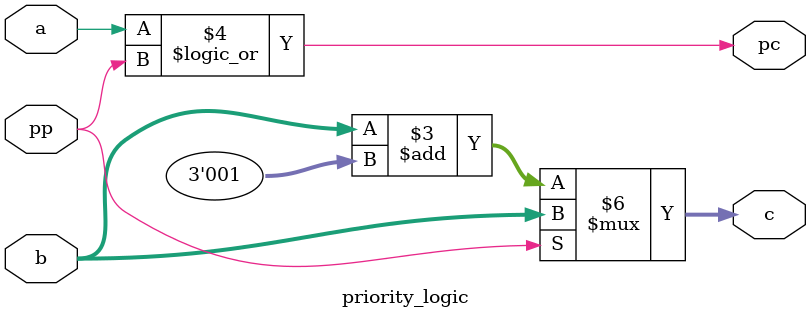
<source format=v>
module priority_logic(a, pp, b, c, pc);
    input a;
    input pp;

    input [2:0]b;
    output reg [2:0] c;
    output pc;

    always @(a or pp or b) begin
        if(pp == 1)
            c = b;
        else
            c = b + 3'b001;
    end
    assign pc = (a||pp);
endmodule
</source>
